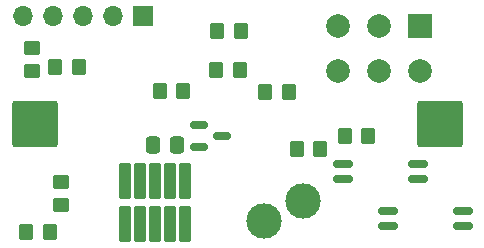
<source format=gbr>
%TF.GenerationSoftware,KiCad,Pcbnew,7.0.11+dfsg-1build4*%
%TF.CreationDate,2025-11-28T20:59:08+01:00*%
%TF.ProjectId,ParaMETEO-reset-adapter,50617261-4d45-4544-954f-2d7265736574,rev?*%
%TF.SameCoordinates,Original*%
%TF.FileFunction,Soldermask,Top*%
%TF.FilePolarity,Negative*%
%FSLAX46Y46*%
G04 Gerber Fmt 4.6, Leading zero omitted, Abs format (unit mm)*
G04 Created by KiCad (PCBNEW 7.0.11+dfsg-1build4) date 2025-11-28 20:59:08*
%MOMM*%
%LPD*%
G01*
G04 APERTURE LIST*
G04 Aperture macros list*
%AMRoundRect*
0 Rectangle with rounded corners*
0 $1 Rounding radius*
0 $2 $3 $4 $5 $6 $7 $8 $9 X,Y pos of 4 corners*
0 Add a 4 corners polygon primitive as box body*
4,1,4,$2,$3,$4,$5,$6,$7,$8,$9,$2,$3,0*
0 Add four circle primitives for the rounded corners*
1,1,$1+$1,$2,$3*
1,1,$1+$1,$4,$5*
1,1,$1+$1,$6,$7*
1,1,$1+$1,$8,$9*
0 Add four rect primitives between the rounded corners*
20,1,$1+$1,$2,$3,$4,$5,0*
20,1,$1+$1,$4,$5,$6,$7,0*
20,1,$1+$1,$6,$7,$8,$9,0*
20,1,$1+$1,$8,$9,$2,$3,0*%
G04 Aperture macros list end*
%ADD10RoundRect,0.250000X-0.350000X-0.450000X0.350000X-0.450000X0.350000X0.450000X-0.350000X0.450000X0*%
%ADD11RoundRect,0.250000X0.450000X-0.350000X0.450000X0.350000X-0.450000X0.350000X-0.450000X-0.350000X0*%
%ADD12RoundRect,0.250002X-1.699998X-1.699998X1.699998X-1.699998X1.699998X1.699998X-1.699998X1.699998X0*%
%ADD13RoundRect,0.250000X-0.450000X0.350000X-0.450000X-0.350000X0.450000X-0.350000X0.450000X0.350000X0*%
%ADD14R,1.700000X1.700000*%
%ADD15O,1.700000X1.700000*%
%ADD16RoundRect,0.150000X-0.662500X-0.150000X0.662500X-0.150000X0.662500X0.150000X-0.662500X0.150000X0*%
%ADD17R,2.000000X2.000000*%
%ADD18C,2.000000*%
%ADD19C,3.000000*%
%ADD20RoundRect,0.101600X0.380000X1.400000X-0.380000X1.400000X-0.380000X-1.400000X0.380000X-1.400000X0*%
%ADD21RoundRect,0.250000X0.337500X0.475000X-0.337500X0.475000X-0.337500X-0.475000X0.337500X-0.475000X0*%
%ADD22RoundRect,0.150000X-0.587500X-0.150000X0.587500X-0.150000X0.587500X0.150000X-0.587500X0.150000X0*%
G04 APERTURE END LIST*
D10*
%TO.C,R10*%
X154050000Y-57250000D03*
X156050000Y-57250000D03*
%TD*%
D11*
%TO.C,R9*%
X140850000Y-66750000D03*
X140850000Y-68750000D03*
%TD*%
D10*
%TO.C,R8*%
X154100000Y-54000000D03*
X156100000Y-54000000D03*
%TD*%
D12*
%TO.C,J4*%
X138650000Y-61900000D03*
%TD*%
%TO.C,J3*%
X173000000Y-61850000D03*
%TD*%
D10*
%TO.C,R7*%
X142400000Y-57050000D03*
X140400000Y-57050000D03*
%TD*%
D13*
%TO.C,R6*%
X138400000Y-55400000D03*
X138400000Y-57400000D03*
%TD*%
D14*
%TO.C,J2*%
X147810000Y-52700000D03*
D15*
X145270000Y-52700000D03*
X142730000Y-52700000D03*
X140190000Y-52700000D03*
X137650000Y-52700000D03*
%TD*%
D10*
%TO.C,R4*%
X158200000Y-59150000D03*
X160200000Y-59150000D03*
%TD*%
%TO.C,R2*%
X164900000Y-62850000D03*
X166900000Y-62850000D03*
%TD*%
%TO.C,R3*%
X160850000Y-63950000D03*
X162850000Y-63950000D03*
%TD*%
D16*
%TO.C,U1*%
X164762500Y-65265000D03*
X164762500Y-66535000D03*
X171137500Y-66535000D03*
X171137500Y-65265000D03*
%TD*%
D17*
%TO.C,J1*%
X171300000Y-53590000D03*
D18*
X171300000Y-57400000D03*
X167800000Y-53590000D03*
X167800000Y-57400000D03*
X164300000Y-53590000D03*
X164300000Y-57400000D03*
%TD*%
D16*
%TO.C,U2*%
X168562500Y-69215000D03*
X168562500Y-70485000D03*
X174937500Y-70485000D03*
X174937500Y-69215000D03*
%TD*%
D19*
%TO.C,TP1*%
X161340800Y-68351400D03*
%TD*%
D20*
%TO.C,X1*%
X151384000Y-66658000D03*
X151384000Y-70358000D03*
X150114000Y-66658000D03*
X150114000Y-70358000D03*
X148844000Y-66658000D03*
X148844000Y-70358000D03*
X147574000Y-66658000D03*
X147574000Y-70358000D03*
X146304000Y-66658000D03*
X146304000Y-70358000D03*
%TD*%
D19*
%TO.C,TP2*%
X158064200Y-70053200D03*
%TD*%
D10*
%TO.C,R5*%
X151250000Y-59050000D03*
X149250000Y-59050000D03*
%TD*%
D21*
%TO.C,C1*%
X150737500Y-63600000D03*
X148662500Y-63600000D03*
%TD*%
D10*
%TO.C,R1*%
X137950000Y-71000000D03*
X139950000Y-71000000D03*
%TD*%
D22*
%TO.C,U3*%
X154487500Y-62900000D03*
X152612500Y-63850000D03*
X152612500Y-61950000D03*
%TD*%
M02*

</source>
